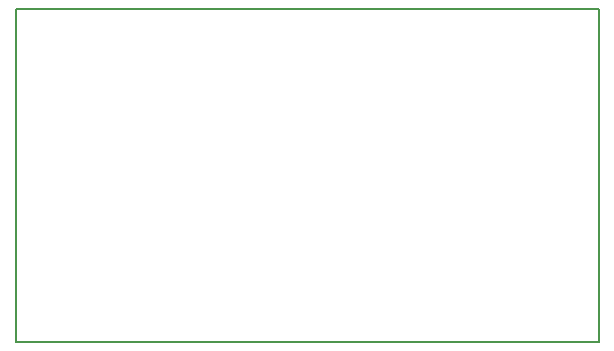
<source format=gbr>
G04 #@! TF.FileFunction,Profile,NP*
%FSLAX46Y46*%
G04 Gerber Fmt 4.6, Leading zero omitted, Abs format (unit mm)*
G04 Created by KiCad (PCBNEW 4.0.1-stable) date 2/4/2017 12:52:28 PM*
%MOMM*%
G01*
G04 APERTURE LIST*
%ADD10C,0.100000*%
%ADD11C,0.150000*%
G04 APERTURE END LIST*
D10*
D11*
X154813000Y-86106000D02*
X107950000Y-86106000D01*
X106807000Y-86106000D02*
X106934000Y-86106000D01*
X106807000Y-114300000D02*
X106807000Y-86106000D01*
X106934000Y-114300000D02*
X106807000Y-114300000D01*
X106934000Y-86106000D02*
X107950000Y-86106000D01*
X106934000Y-114300000D02*
X107315000Y-114300000D01*
X126619000Y-114300000D02*
X107315000Y-114300000D01*
X156210000Y-113284000D02*
X156210000Y-114300000D01*
X156210000Y-113284000D02*
X156210000Y-111252000D01*
X126619000Y-114300000D02*
X156210000Y-114300000D01*
X154813000Y-86106000D02*
X156210000Y-86106000D01*
X156210000Y-100076000D02*
X156210000Y-86106000D01*
X156210000Y-111252000D02*
X156210000Y-99949000D01*
M02*

</source>
